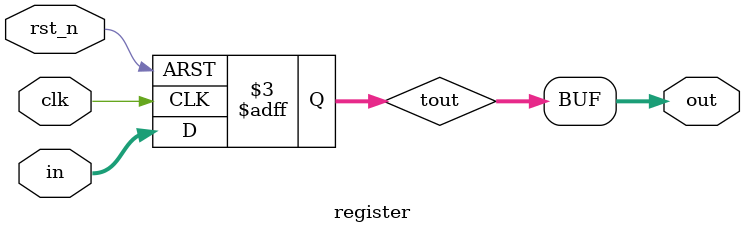
<source format=v>
`timescale 1ns / 1ps

module register(
    input[31:0] in,
    input clk,
    input rst_n,
    output [31:0] out
    );
    reg [31:0] tout;
    always@(negedge rst_n or posedge clk)
    begin
        if(!rst_n)
            tout <= 32'b0;
        else
            tout <= in;
    end
    assign out = tout;
endmodule
</source>
